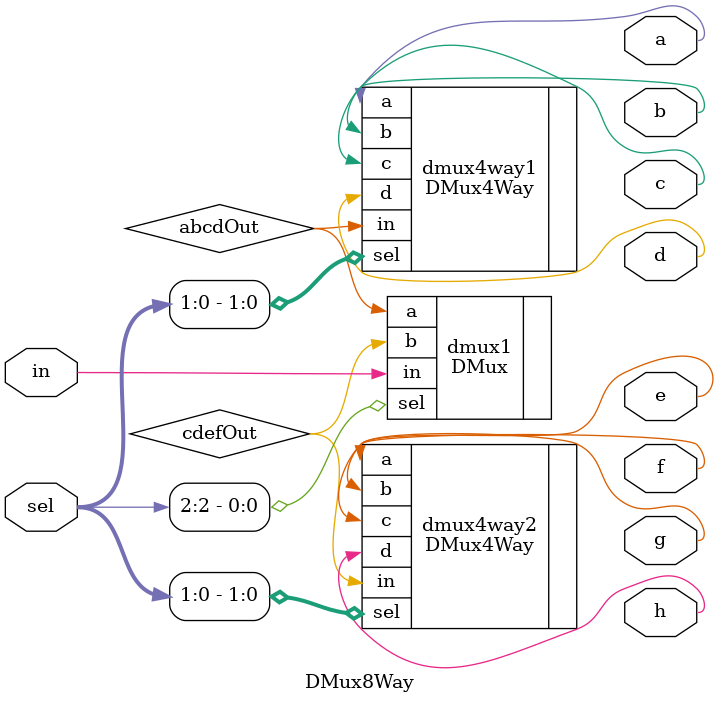
<source format=sv>
`default_nettype none
module DMux8Way(
	input wire in,			// in
	input wire[2:0] sel,	// セレクタ
	output wire a,			// 出力a
	output wire b,			// 出力b
	output wire c,			// 出力c
	output wire d,			// 出力d
	output wire e,			// 出力e
	output wire f,			// 出力f
	output wire g,			// 出力g
	output wire h			// 出力h
	);

	wire abcdOut,cdefOut;
	DMux dmux1(.in(in), .sel(sel[2]), .a(abcdOut), .b(cdefOut));
	DMux4Way dmux4way1(.in(abcdOut), .sel(sel[1:0]), .a(a), .b(b), .c(c), .d(d));
	DMux4Way dmux4way2(.in(cdefOut), .sel(sel[1:0]), .a(e), .b(f), .c(g), .d(h));

endmodule

</source>
